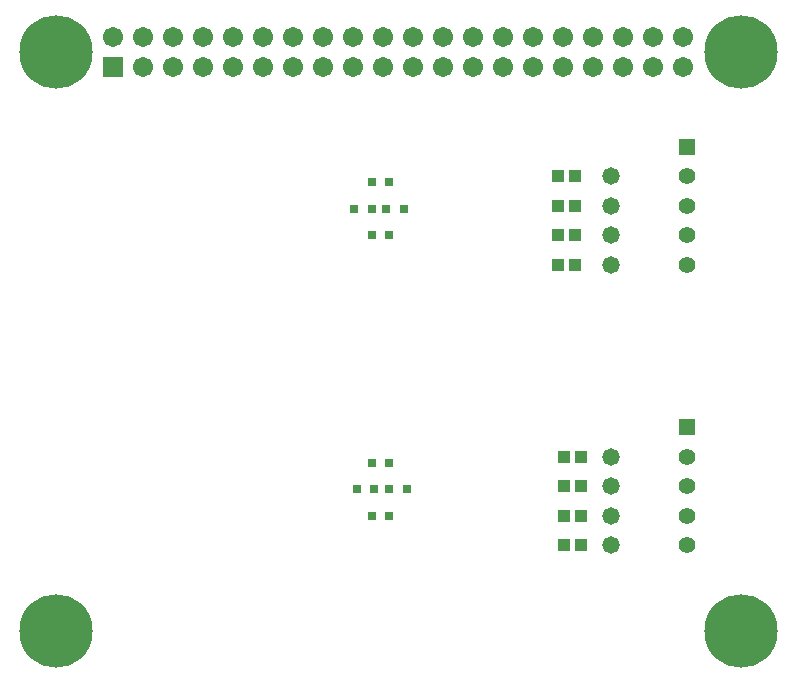
<source format=gbr>
%TF.GenerationSoftware,Altium Limited,Altium Designer,23.10.1 (27)*%
G04 Layer_Color=8388736*
%FSLAX45Y45*%
%MOMM*%
%TF.SameCoordinates,4109F3B7-FE55-4884-923A-908B48AE38E2*%
%TF.FilePolarity,Negative*%
%TF.FileFunction,Soldermask,Top*%
%TF.Part,Single*%
G01*
G75*
%TA.AperFunction,SMDPad,CuDef*%
%ADD10R,1.05490X1.00620*%
%ADD11R,0.80000X0.80000*%
%TA.AperFunction,ComponentPad*%
%ADD15C,1.40000*%
%ADD16R,1.40000X1.40000*%
%ADD25R,1.70320X1.70320*%
%ADD26C,1.70320*%
%TA.AperFunction,ViaPad*%
%ADD27C,6.20320*%
%ADD28C,1.47320*%
D10*
X6302435Y3475000D02*
D03*
X6447565D02*
D03*
X6302435Y3225000D02*
D03*
X6447565D02*
D03*
X6302435Y2975000D02*
D03*
X6447565D02*
D03*
X6302435Y2725000D02*
D03*
X6447565D02*
D03*
X6252435Y5100000D02*
D03*
X6397565D02*
D03*
X6252435Y5350000D02*
D03*
X6397565D02*
D03*
X6252435Y5600000D02*
D03*
X6397565D02*
D03*
X6252435Y5850000D02*
D03*
X6397565D02*
D03*
D11*
X4825000Y3200000D02*
D03*
X4975000D02*
D03*
X4800000Y5575000D02*
D03*
X4950000D02*
D03*
X4675000Y5575000D02*
D03*
X4525000D02*
D03*
X4825000Y2975000D02*
D03*
X4675000D02*
D03*
X4700000Y3200000D02*
D03*
X4550000D02*
D03*
X4675000Y3425000D02*
D03*
X4825000D02*
D03*
X4675000Y5800000D02*
D03*
X4825000D02*
D03*
X4825000Y5350000D02*
D03*
X4675000D02*
D03*
D15*
X7350000Y2725000D02*
D03*
Y2975000D02*
D03*
Y3225000D02*
D03*
Y3475000D02*
D03*
Y5099999D02*
D03*
Y5349999D02*
D03*
Y5599999D02*
D03*
Y5849999D02*
D03*
D16*
Y3725000D02*
D03*
Y6099999D02*
D03*
D25*
X2487000Y6773000D02*
D03*
D26*
Y7027000D02*
D03*
X2741000Y6773000D02*
D03*
Y7027000D02*
D03*
X2995000Y6773000D02*
D03*
Y7027000D02*
D03*
X3249000Y6773000D02*
D03*
Y7027000D02*
D03*
X3503000Y6773000D02*
D03*
Y7027000D02*
D03*
X3757000Y6773000D02*
D03*
Y7027000D02*
D03*
X4011000Y6773000D02*
D03*
Y7027000D02*
D03*
X4265000Y6773000D02*
D03*
Y7027000D02*
D03*
X4519000Y6773000D02*
D03*
Y7027000D02*
D03*
X4773000Y6773000D02*
D03*
Y7027000D02*
D03*
X5027000Y6773000D02*
D03*
Y7027000D02*
D03*
X5281000Y6773000D02*
D03*
Y7027000D02*
D03*
X5535000Y6773000D02*
D03*
Y7027000D02*
D03*
X5789000Y6773000D02*
D03*
Y7027000D02*
D03*
X6043000Y6773000D02*
D03*
Y7027000D02*
D03*
X6297000Y6773000D02*
D03*
Y7027000D02*
D03*
X7313000D02*
D03*
Y6773000D02*
D03*
X7059000Y7027000D02*
D03*
Y6773000D02*
D03*
X6805000Y7027000D02*
D03*
Y6773000D02*
D03*
X6551000Y7027000D02*
D03*
Y6773000D02*
D03*
D27*
X7800000Y2000000D02*
D03*
Y6900000D02*
D03*
X2000000Y2000000D02*
D03*
Y6900000D02*
D03*
D28*
X6700000Y2725000D02*
D03*
Y2975000D02*
D03*
Y3225000D02*
D03*
Y3475000D02*
D03*
Y5100000D02*
D03*
Y5350000D02*
D03*
Y5600000D02*
D03*
Y5850000D02*
D03*
%TF.MD5,82ce8386cc2bec14b8e3e165d6957d78*%
M02*

</source>
